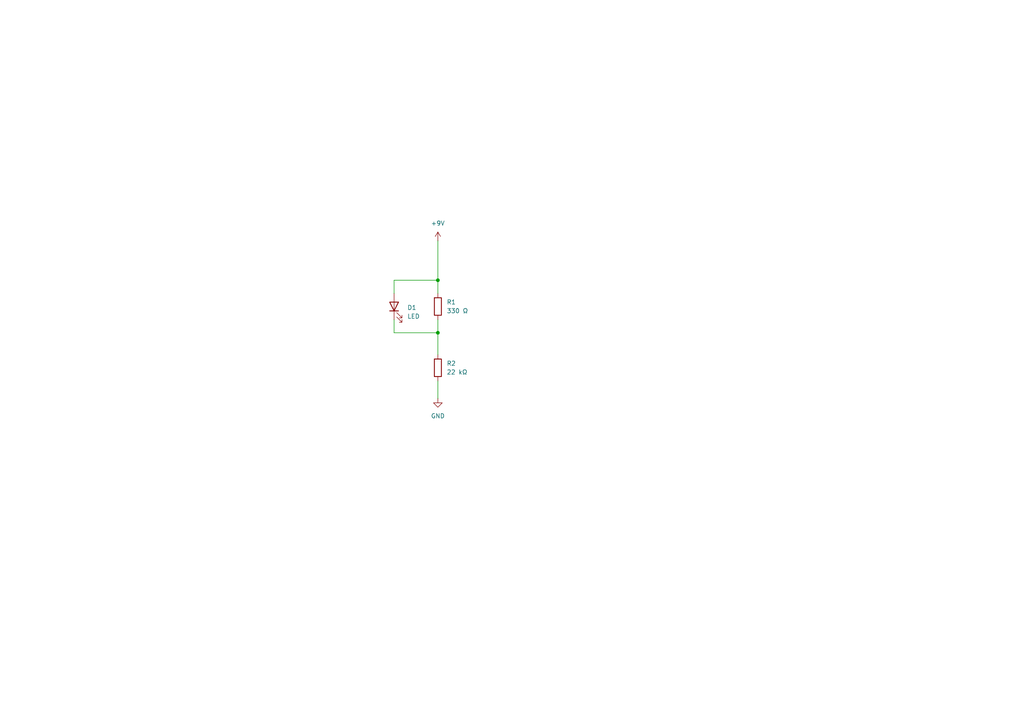
<source format=kicad_sch>
(kicad_sch
	(version 20250114)
	(generator "eeschema")
	(generator_version "9.0")
	(uuid "c2d67e0d-fe87-4ebe-bf7e-90330931212d")
	(paper "A4")
	(title_block
		(title "DEMO L03")
		(date "2025-09-10")
	)
	(lib_symbols
		(symbol "Device:LED"
			(pin_numbers
				(hide yes)
			)
			(pin_names
				(offset 1.016)
				(hide yes)
			)
			(exclude_from_sim no)
			(in_bom yes)
			(on_board yes)
			(property "Reference" "D"
				(at 0 2.54 0)
				(effects
					(font
						(size 1.27 1.27)
					)
				)
			)
			(property "Value" "LED"
				(at 0 -2.54 0)
				(effects
					(font
						(size 1.27 1.27)
					)
				)
			)
			(property "Footprint" ""
				(at 0 0 0)
				(effects
					(font
						(size 1.27 1.27)
					)
					(hide yes)
				)
			)
			(property "Datasheet" "~"
				(at 0 0 0)
				(effects
					(font
						(size 1.27 1.27)
					)
					(hide yes)
				)
			)
			(property "Description" "Light emitting diode"
				(at 0 0 0)
				(effects
					(font
						(size 1.27 1.27)
					)
					(hide yes)
				)
			)
			(property "Sim.Pins" "1=K 2=A"
				(at 0 0 0)
				(effects
					(font
						(size 1.27 1.27)
					)
					(hide yes)
				)
			)
			(property "ki_keywords" "LED diode"
				(at 0 0 0)
				(effects
					(font
						(size 1.27 1.27)
					)
					(hide yes)
				)
			)
			(property "ki_fp_filters" "LED* LED_SMD:* LED_THT:*"
				(at 0 0 0)
				(effects
					(font
						(size 1.27 1.27)
					)
					(hide yes)
				)
			)
			(symbol "LED_0_1"
				(polyline
					(pts
						(xy -3.048 -0.762) (xy -4.572 -2.286) (xy -3.81 -2.286) (xy -4.572 -2.286) (xy -4.572 -1.524)
					)
					(stroke
						(width 0)
						(type default)
					)
					(fill
						(type none)
					)
				)
				(polyline
					(pts
						(xy -1.778 -0.762) (xy -3.302 -2.286) (xy -2.54 -2.286) (xy -3.302 -2.286) (xy -3.302 -1.524)
					)
					(stroke
						(width 0)
						(type default)
					)
					(fill
						(type none)
					)
				)
				(polyline
					(pts
						(xy -1.27 0) (xy 1.27 0)
					)
					(stroke
						(width 0)
						(type default)
					)
					(fill
						(type none)
					)
				)
				(polyline
					(pts
						(xy -1.27 -1.27) (xy -1.27 1.27)
					)
					(stroke
						(width 0.254)
						(type default)
					)
					(fill
						(type none)
					)
				)
				(polyline
					(pts
						(xy 1.27 -1.27) (xy 1.27 1.27) (xy -1.27 0) (xy 1.27 -1.27)
					)
					(stroke
						(width 0.254)
						(type default)
					)
					(fill
						(type none)
					)
				)
			)
			(symbol "LED_1_1"
				(pin passive line
					(at -3.81 0 0)
					(length 2.54)
					(name "K"
						(effects
							(font
								(size 1.27 1.27)
							)
						)
					)
					(number "1"
						(effects
							(font
								(size 1.27 1.27)
							)
						)
					)
				)
				(pin passive line
					(at 3.81 0 180)
					(length 2.54)
					(name "A"
						(effects
							(font
								(size 1.27 1.27)
							)
						)
					)
					(number "2"
						(effects
							(font
								(size 1.27 1.27)
							)
						)
					)
				)
			)
			(embedded_fonts no)
		)
		(symbol "Device:R"
			(pin_numbers
				(hide yes)
			)
			(pin_names
				(offset 0)
			)
			(exclude_from_sim no)
			(in_bom yes)
			(on_board yes)
			(property "Reference" "R"
				(at 2.032 0 90)
				(effects
					(font
						(size 1.27 1.27)
					)
				)
			)
			(property "Value" "R"
				(at 0 0 90)
				(effects
					(font
						(size 1.27 1.27)
					)
				)
			)
			(property "Footprint" ""
				(at -1.778 0 90)
				(effects
					(font
						(size 1.27 1.27)
					)
					(hide yes)
				)
			)
			(property "Datasheet" "~"
				(at 0 0 0)
				(effects
					(font
						(size 1.27 1.27)
					)
					(hide yes)
				)
			)
			(property "Description" "Resistor"
				(at 0 0 0)
				(effects
					(font
						(size 1.27 1.27)
					)
					(hide yes)
				)
			)
			(property "ki_keywords" "R res resistor"
				(at 0 0 0)
				(effects
					(font
						(size 1.27 1.27)
					)
					(hide yes)
				)
			)
			(property "ki_fp_filters" "R_*"
				(at 0 0 0)
				(effects
					(font
						(size 1.27 1.27)
					)
					(hide yes)
				)
			)
			(symbol "R_0_1"
				(rectangle
					(start -1.016 -2.54)
					(end 1.016 2.54)
					(stroke
						(width 0.254)
						(type default)
					)
					(fill
						(type none)
					)
				)
			)
			(symbol "R_1_1"
				(pin passive line
					(at 0 3.81 270)
					(length 1.27)
					(name "~"
						(effects
							(font
								(size 1.27 1.27)
							)
						)
					)
					(number "1"
						(effects
							(font
								(size 1.27 1.27)
							)
						)
					)
				)
				(pin passive line
					(at 0 -3.81 90)
					(length 1.27)
					(name "~"
						(effects
							(font
								(size 1.27 1.27)
							)
						)
					)
					(number "2"
						(effects
							(font
								(size 1.27 1.27)
							)
						)
					)
				)
			)
			(embedded_fonts no)
		)
		(symbol "power:+9V"
			(power)
			(pin_numbers
				(hide yes)
			)
			(pin_names
				(offset 0)
				(hide yes)
			)
			(exclude_from_sim no)
			(in_bom yes)
			(on_board yes)
			(property "Reference" "#PWR"
				(at 0 -3.81 0)
				(effects
					(font
						(size 1.27 1.27)
					)
					(hide yes)
				)
			)
			(property "Value" "+9V"
				(at 0 3.556 0)
				(effects
					(font
						(size 1.27 1.27)
					)
				)
			)
			(property "Footprint" ""
				(at 0 0 0)
				(effects
					(font
						(size 1.27 1.27)
					)
					(hide yes)
				)
			)
			(property "Datasheet" ""
				(at 0 0 0)
				(effects
					(font
						(size 1.27 1.27)
					)
					(hide yes)
				)
			)
			(property "Description" "Power symbol creates a global label with name \"+9V\""
				(at 0 0 0)
				(effects
					(font
						(size 1.27 1.27)
					)
					(hide yes)
				)
			)
			(property "ki_keywords" "global power"
				(at 0 0 0)
				(effects
					(font
						(size 1.27 1.27)
					)
					(hide yes)
				)
			)
			(symbol "+9V_0_1"
				(polyline
					(pts
						(xy -0.762 1.27) (xy 0 2.54)
					)
					(stroke
						(width 0)
						(type default)
					)
					(fill
						(type none)
					)
				)
				(polyline
					(pts
						(xy 0 2.54) (xy 0.762 1.27)
					)
					(stroke
						(width 0)
						(type default)
					)
					(fill
						(type none)
					)
				)
				(polyline
					(pts
						(xy 0 0) (xy 0 2.54)
					)
					(stroke
						(width 0)
						(type default)
					)
					(fill
						(type none)
					)
				)
			)
			(symbol "+9V_1_1"
				(pin power_in line
					(at 0 0 90)
					(length 0)
					(name "~"
						(effects
							(font
								(size 1.27 1.27)
							)
						)
					)
					(number "1"
						(effects
							(font
								(size 1.27 1.27)
							)
						)
					)
				)
			)
			(embedded_fonts no)
		)
		(symbol "power:GND"
			(power)
			(pin_numbers
				(hide yes)
			)
			(pin_names
				(offset 0)
				(hide yes)
			)
			(exclude_from_sim no)
			(in_bom yes)
			(on_board yes)
			(property "Reference" "#PWR"
				(at 0 -6.35 0)
				(effects
					(font
						(size 1.27 1.27)
					)
					(hide yes)
				)
			)
			(property "Value" "GND"
				(at 0 -3.81 0)
				(effects
					(font
						(size 1.27 1.27)
					)
				)
			)
			(property "Footprint" ""
				(at 0 0 0)
				(effects
					(font
						(size 1.27 1.27)
					)
					(hide yes)
				)
			)
			(property "Datasheet" ""
				(at 0 0 0)
				(effects
					(font
						(size 1.27 1.27)
					)
					(hide yes)
				)
			)
			(property "Description" "Power symbol creates a global label with name \"GND\" , ground"
				(at 0 0 0)
				(effects
					(font
						(size 1.27 1.27)
					)
					(hide yes)
				)
			)
			(property "ki_keywords" "global power"
				(at 0 0 0)
				(effects
					(font
						(size 1.27 1.27)
					)
					(hide yes)
				)
			)
			(symbol "GND_0_1"
				(polyline
					(pts
						(xy 0 0) (xy 0 -1.27) (xy 1.27 -1.27) (xy 0 -2.54) (xy -1.27 -1.27) (xy 0 -1.27)
					)
					(stroke
						(width 0)
						(type default)
					)
					(fill
						(type none)
					)
				)
			)
			(symbol "GND_1_1"
				(pin power_in line
					(at 0 0 270)
					(length 0)
					(name "~"
						(effects
							(font
								(size 1.27 1.27)
							)
						)
					)
					(number "1"
						(effects
							(font
								(size 1.27 1.27)
							)
						)
					)
				)
			)
			(embedded_fonts no)
		)
	)
	(junction
		(at 127 81.28)
		(diameter 0)
		(color 0 0 0 0)
		(uuid "12b9c192-db3c-4adb-aa62-a6ab5d787acd")
	)
	(junction
		(at 127 96.52)
		(diameter 0)
		(color 0 0 0 0)
		(uuid "ca0cee5d-77ed-441a-942e-bbe7d79e1f99")
	)
	(wire
		(pts
			(xy 127 92.71) (xy 127 96.52)
		)
		(stroke
			(width 0)
			(type default)
		)
		(uuid "1413b19c-6a45-4c07-b8b5-c1b2042e7460")
	)
	(wire
		(pts
			(xy 114.3 81.28) (xy 114.3 85.09)
		)
		(stroke
			(width 0)
			(type default)
		)
		(uuid "198840b5-b2c4-4797-a064-e168eb5aba01")
	)
	(wire
		(pts
			(xy 127 81.28) (xy 127 85.09)
		)
		(stroke
			(width 0)
			(type default)
		)
		(uuid "73672a77-8c43-432e-94dd-6d8da24df6f7")
	)
	(wire
		(pts
			(xy 114.3 96.52) (xy 127 96.52)
		)
		(stroke
			(width 0)
			(type default)
		)
		(uuid "b100a96f-f84b-4842-b15f-a8d4d7147e8c")
	)
	(wire
		(pts
			(xy 114.3 92.71) (xy 114.3 96.52)
		)
		(stroke
			(width 0)
			(type default)
		)
		(uuid "bd962b55-8368-41d9-a710-10e7ae3f7b55")
	)
	(wire
		(pts
			(xy 127 69.85) (xy 127 81.28)
		)
		(stroke
			(width 0)
			(type default)
		)
		(uuid "ca631ee0-909e-41b6-825e-80305f65494d")
	)
	(wire
		(pts
			(xy 127 110.49) (xy 127 115.57)
		)
		(stroke
			(width 0)
			(type default)
		)
		(uuid "dea64a3a-cc75-48d1-bee6-9581a5f336ab")
	)
	(wire
		(pts
			(xy 127 96.52) (xy 127 102.87)
		)
		(stroke
			(width 0)
			(type default)
		)
		(uuid "e036f752-21d3-402b-a1c3-74614583d14a")
	)
	(wire
		(pts
			(xy 114.3 81.28) (xy 127 81.28)
		)
		(stroke
			(width 0)
			(type default)
		)
		(uuid "e03e756f-387c-4540-a70f-6c896aff672a")
	)
	(symbol
		(lib_id "Device:R")
		(at 127 88.9 0)
		(unit 1)
		(exclude_from_sim no)
		(in_bom yes)
		(on_board yes)
		(dnp no)
		(fields_autoplaced yes)
		(uuid "28990eed-e564-43c1-8306-51c951db13fc")
		(property "Reference" "R1"
			(at 129.54 87.6299 0)
			(effects
				(font
					(size 1.27 1.27)
				)
				(justify left)
			)
		)
		(property "Value" "330 Ω"
			(at 129.54 90.1699 0)
			(effects
				(font
					(size 1.27 1.27)
				)
				(justify left)
			)
		)
		(property "Footprint" ""
			(at 125.222 88.9 90)
			(effects
				(font
					(size 1.27 1.27)
				)
				(hide yes)
			)
		)
		(property "Datasheet" "~"
			(at 127 88.9 0)
			(effects
				(font
					(size 1.27 1.27)
				)
				(hide yes)
			)
		)
		(property "Description" "Resistor"
			(at 127 88.9 0)
			(effects
				(font
					(size 1.27 1.27)
				)
				(hide yes)
			)
		)
		(pin "2"
			(uuid "8cb6e590-f42c-4848-9148-5ffe9e43a5d6")
		)
		(pin "1"
			(uuid "9e1fb415-9572-4cc7-9c4c-0075a72e5734")
		)
		(instances
			(project ""
				(path "/c2d67e0d-fe87-4ebe-bf7e-90330931212d"
					(reference "R1")
					(unit 1)
				)
			)
		)
	)
	(symbol
		(lib_id "power:GND")
		(at 127 115.57 0)
		(unit 1)
		(exclude_from_sim no)
		(in_bom yes)
		(on_board yes)
		(dnp no)
		(fields_autoplaced yes)
		(uuid "66ef62c6-a529-4514-97b0-326b3ed5f5b3")
		(property "Reference" "#PWR02"
			(at 127 121.92 0)
			(effects
				(font
					(size 1.27 1.27)
				)
				(hide yes)
			)
		)
		(property "Value" "GND"
			(at 127 120.65 0)
			(effects
				(font
					(size 1.27 1.27)
				)
			)
		)
		(property "Footprint" ""
			(at 127 115.57 0)
			(effects
				(font
					(size 1.27 1.27)
				)
				(hide yes)
			)
		)
		(property "Datasheet" ""
			(at 127 115.57 0)
			(effects
				(font
					(size 1.27 1.27)
				)
				(hide yes)
			)
		)
		(property "Description" "Power symbol creates a global label with name \"GND\" , ground"
			(at 127 115.57 0)
			(effects
				(font
					(size 1.27 1.27)
				)
				(hide yes)
			)
		)
		(pin "1"
			(uuid "81b50cd8-2853-42bb-8199-9684456abc04")
		)
		(instances
			(project ""
				(path "/c2d67e0d-fe87-4ebe-bf7e-90330931212d"
					(reference "#PWR02")
					(unit 1)
				)
			)
		)
	)
	(symbol
		(lib_id "power:+9V")
		(at 127 69.85 0)
		(unit 1)
		(exclude_from_sim no)
		(in_bom yes)
		(on_board yes)
		(dnp no)
		(fields_autoplaced yes)
		(uuid "6c07f6fb-a021-4b9c-9f4e-024648d481e0")
		(property "Reference" "#PWR01"
			(at 127 73.66 0)
			(effects
				(font
					(size 1.27 1.27)
				)
				(hide yes)
			)
		)
		(property "Value" "+9V"
			(at 127 64.77 0)
			(effects
				(font
					(size 1.27 1.27)
				)
			)
		)
		(property "Footprint" ""
			(at 127 69.85 0)
			(effects
				(font
					(size 1.27 1.27)
				)
				(hide yes)
			)
		)
		(property "Datasheet" ""
			(at 127 69.85 0)
			(effects
				(font
					(size 1.27 1.27)
				)
				(hide yes)
			)
		)
		(property "Description" "Power symbol creates a global label with name \"+9V\""
			(at 127 69.85 0)
			(effects
				(font
					(size 1.27 1.27)
				)
				(hide yes)
			)
		)
		(pin "1"
			(uuid "cee22806-cffc-4cde-a688-e95081ab9f07")
		)
		(instances
			(project ""
				(path "/c2d67e0d-fe87-4ebe-bf7e-90330931212d"
					(reference "#PWR01")
					(unit 1)
				)
			)
		)
	)
	(symbol
		(lib_id "Device:LED")
		(at 114.3 88.9 90)
		(unit 1)
		(exclude_from_sim no)
		(in_bom yes)
		(on_board yes)
		(dnp no)
		(fields_autoplaced yes)
		(uuid "bf4ac073-4fcf-4086-aa99-7c2f377c427a")
		(property "Reference" "D1"
			(at 118.11 89.2174 90)
			(effects
				(font
					(size 1.27 1.27)
				)
				(justify right)
			)
		)
		(property "Value" "LED"
			(at 118.11 91.7574 90)
			(effects
				(font
					(size 1.27 1.27)
				)
				(justify right)
			)
		)
		(property "Footprint" ""
			(at 114.3 88.9 0)
			(effects
				(font
					(size 1.27 1.27)
				)
				(hide yes)
			)
		)
		(property "Datasheet" "~"
			(at 114.3 88.9 0)
			(effects
				(font
					(size 1.27 1.27)
				)
				(hide yes)
			)
		)
		(property "Description" "Light emitting diode"
			(at 114.3 88.9 0)
			(effects
				(font
					(size 1.27 1.27)
				)
				(hide yes)
			)
		)
		(property "Sim.Pins" "1=K 2=A"
			(at 114.3 88.9 0)
			(effects
				(font
					(size 1.27 1.27)
				)
				(hide yes)
			)
		)
		(pin "1"
			(uuid "d4072ef2-8b63-4421-9813-fb6a4430f4b9")
		)
		(pin "2"
			(uuid "7639984e-58b9-4799-aaf5-7d2ed8366744")
		)
		(instances
			(project ""
				(path "/c2d67e0d-fe87-4ebe-bf7e-90330931212d"
					(reference "D1")
					(unit 1)
				)
			)
		)
	)
	(symbol
		(lib_id "Device:R")
		(at 127 106.68 0)
		(unit 1)
		(exclude_from_sim no)
		(in_bom yes)
		(on_board yes)
		(dnp no)
		(fields_autoplaced yes)
		(uuid "e64ed51c-ef05-4067-8b92-3eee0eb27e55")
		(property "Reference" "R2"
			(at 129.54 105.4099 0)
			(effects
				(font
					(size 1.27 1.27)
				)
				(justify left)
			)
		)
		(property "Value" "22 kΩ"
			(at 129.54 107.9499 0)
			(effects
				(font
					(size 1.27 1.27)
				)
				(justify left)
			)
		)
		(property "Footprint" ""
			(at 125.222 106.68 90)
			(effects
				(font
					(size 1.27 1.27)
				)
				(hide yes)
			)
		)
		(property "Datasheet" "~"
			(at 127 106.68 0)
			(effects
				(font
					(size 1.27 1.27)
				)
				(hide yes)
			)
		)
		(property "Description" "Resistor"
			(at 127 106.68 0)
			(effects
				(font
					(size 1.27 1.27)
				)
				(hide yes)
			)
		)
		(pin "2"
			(uuid "e06a64f7-fc14-4cfc-b6fb-6e3a45a993c2")
		)
		(pin "1"
			(uuid "c4e7ff97-2c1b-45ec-bdb6-130b29fb5bdf")
		)
		(instances
			(project "demo"
				(path "/c2d67e0d-fe87-4ebe-bf7e-90330931212d"
					(reference "R2")
					(unit 1)
				)
			)
		)
	)
	(sheet_instances
		(path "/"
			(page "1")
		)
	)
	(embedded_fonts no)
)

</source>
